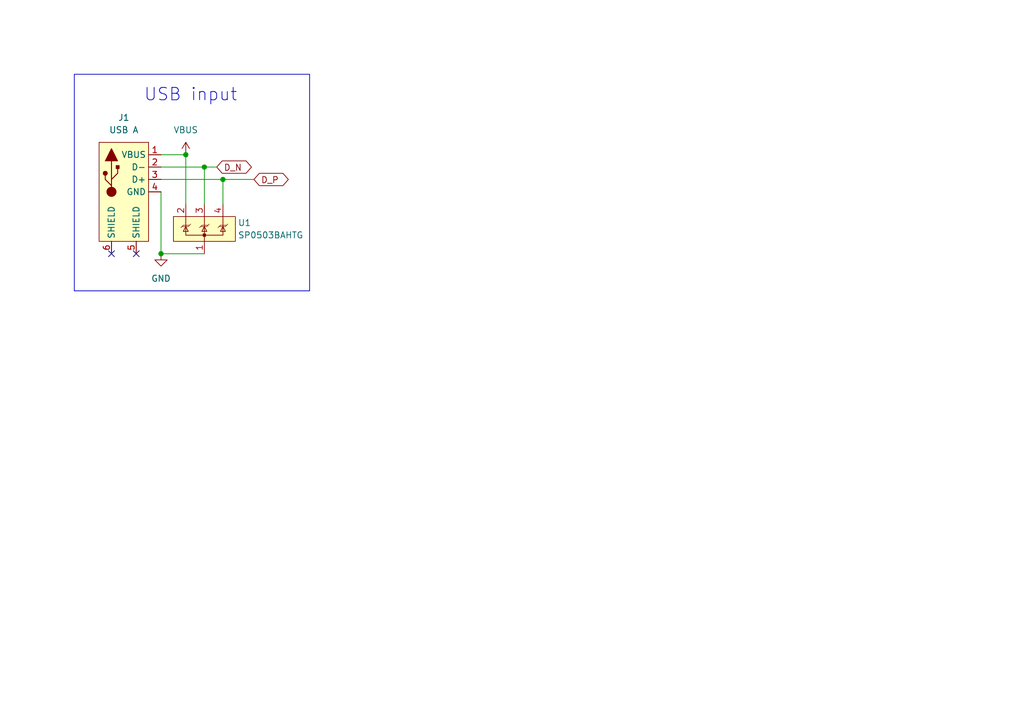
<source format=kicad_sch>
(kicad_sch (version 20250114) (generator "eeschema") (generator_version "9.0")
  (paper "A5")
  (title_block (title "USB-HW") (rev "0.1") (company "Jorge Emilio Reynaga Sánchez"))
  (lib_symbols
    (symbol "USB-HW:TVS_ARR" (pin_names (offset 0) (hide yes))
      (property "Reference" "U" (at 7.62 1.27 0))
      (symbol "TVS_ARR_0_1"
        (polyline (pts (xy -3.81 -1.27) (xy 0 -1.27)))
        (polyline (pts (xy 0 -1.27) (xy 0 -2.54)))
        (polyline (pts (xy 3.81 -1.27) (xy 0 -1.27)))
      )
      (symbol "TVS_ARR_1_1"
        (rectangle (start -6.35 2.54) (end 6.35 -2.54) (fill (type background)))
        (polyline (pts (xy -4.572 0.508) (xy -4.826 0.254)) (stroke (width 0.1)))
        (polyline (pts (xy -4.572 0.508) (xy -4.318 0.762)) (stroke (width 0.1)))
        (polyline (pts (xy -4.318 0.762) (xy -3.048 0.762)) (stroke (width 0.1)))
        (polyline (pts (xy -4.064 0.508) (xy -4.572 0.508)) (stroke (width 0.1)))
        (polyline (pts (xy -4.064 0.508) (xy -3.302 0.508)) (stroke (width 0.1)))
        (polyline (pts (xy -3.81 0.508) (xy -4.318 -0.508) (xy -3.302 -0.508) (xy -3.81 0.508)))
        (polyline (pts (xy -3.81 -1.27) (xy -3.81 2.54)))
        (polyline (pts (xy -3.302 0.508) (xy -2.794 1.016)) (stroke (width 0.1)))
        (polyline (pts (xy -0.762 0.508) (xy -1.016 0.254)) (stroke (width 0.1)))
        (polyline (pts (xy -0.762 0.508) (xy -0.508 0.762)) (stroke (width 0.1)))
        (polyline (pts (xy -0.508 0.762) (xy 0.762 0.762)) (stroke (width 0.1)))
        (polyline (pts (xy -0.254 0.508) (xy -0.762 0.508)) (stroke (width 0.1)))
        (polyline (pts (xy -0.254 0.508) (xy 0.508 0.508)) (stroke (width 0.1)))
        (rectangle (start -0.254 -1.016) (end 0.254 -1.524) (fill (type outline)))
        (polyline (pts (xy 0 0.508) (xy -0.508 -0.508) (xy 0.508 -0.508) (xy 0 0.508)))
        (polyline (pts (xy 0 -1.27) (xy 0 2.54)))
        (polyline (pts (xy 0.508 0.508) (xy 1.016 1.016)) (stroke (width 0.1)))
        (polyline (pts (xy 3.048 0.508) (xy 2.794 0.254)) (stroke (width 0.1)))
        (polyline (pts (xy 3.048 0.508) (xy 3.302 0.762)) (stroke (width 0.1)))
        (polyline (pts (xy 3.302 0.762) (xy 4.572 0.762)) (stroke (width 0.1)))
        (polyline (pts (xy 3.556 0.508) (xy 3.048 0.508)) (stroke (width 0.1)))
        (polyline (pts (xy 3.556 0.508) (xy 4.318 0.508)) (stroke (width 0.1)))
        (polyline (pts (xy 3.81 0.508) (xy 3.302 -0.508) (xy 4.318 -0.508) (xy 3.81 0.508)))
        (polyline (pts (xy 3.81 -1.27) (xy 3.81 2.54)))
        (polyline (pts (xy 4.318 0.508) (xy 4.826 1.016)) (stroke (width 0.1)))
        (pin passive line (at -3.81 5.08 270) (length 2.54) (name "I/O_1") (number "2"))
        (pin passive line (at 0 5.08 270) (length 2.54) (name "I/O_2") (number "3"))
        (pin passive line (at 0 -5.08 90) (length 2.54) (name "GND") (number "1"))
        (pin passive line (at 3.81 5.08 270) (length 2.54) (name "I/O_3") (number "4"))
      )
    )
    (symbol "USB-HW:USB_A-Connector"
      (property "Reference" "J" (at 0 13.208 0))
      (property "Value" "USB A" (at 0 11.176 0))
      (symbol "USB_A-Connector_1_1"
        (rectangle (start -5.08 10.16) (end 5.08 -10.16) (fill (type background)))
        (polyline (pts (xy -3.81 6.35) (xy -2.54 8.89) (xy -1.27 6.35) (xy -3.81 6.35)) (fill (type outline)))
        (circle (center -3.81 3.81) (radius 0.4233) (fill (type outline)))
        (polyline (pts (xy -2.54 2.54) (xy -1.27 3.81) (xy -1.27 5.08)) (stroke (width 0.2)))
        (polyline (pts (xy -2.54 1.27) (xy -3.81 2.54) (xy -3.81 3.81)) (stroke (width 0.2)))
        (circle (center -2.54 0) (radius 0.9525) (fill (type outline)))
        (polyline (pts (xy -2.54 0) (xy -2.54 6.35)) (stroke (width 0.2)))
        (rectangle (start -1.5875 5.3975) (end -0.9525 4.7625) (fill (type outline)))
        (pin power_in line (at -2.54 -12.7 90) (length 2.54) (name "SHIELD") (number "6"))
        (pin power_in line (at 2.54 -12.7 90) (length 2.54) (name "SHIELD") (number "5"))
        (pin power_out line (at 7.62 7.62 180) (length 2.54) (name "VBUS") (number "1"))
        (pin output line (at 7.62 5.08 180) (length 2.54) (name "D-") (number "2"))
        (pin output line (at 7.62 2.54 180) (length 2.54) (name "D+") (number "3"))
        (pin power_out line (at 7.62 0 180) (length 2.54) (name "GND") (number "4"))
      )
    )
    (symbol "power:GND" (power) (pin_numbers (hide yes)) (pin_names (offset 0) (hide yes))
      (property "Value" "GND" (at 0 -3.81 0))
      (symbol "GND_0_1"
        (polyline (pts (xy 0 0) (xy 0 -1.27) (xy 1.27 -1.27) (xy 0 -2.54) (xy -1.27 -1.27) (xy 0 -1.27)))
      )
      (symbol "GND_1_1"
        (pin power_in line (at 0 0 270) (length 0) (name "~") (number "1"))
      )
    )
    (symbol "power:VBUS" (power) (pin_numbers (hide yes)) (pin_names (offset 0) (hide yes))
      (property "Value" "VBUS" (at 0 3.556 0))
      (symbol "VBUS_0_1"
        (polyline (pts (xy -0.762 1.27) (xy 0 2.54)))
        (polyline (pts (xy 0 2.54) (xy 0.762 1.27)))
        (polyline (pts (xy 0 0) (xy 0 2.54)))
      )
      (symbol "VBUS_1_1"
        (pin power_in line (at 0 0 90) (length 0) (name "~") (number "1"))
      )
    )
  )
  (rectangle (start 15.24 15.24) (end 63.5 59.69))
  (text "USB input" (at 39.116 19.558 0) (effects (font (size 2.54 2.54))))
  (junction (at 41.91 34.29))
  (junction (at 33.02 52.07))
  (junction (at 38.1 31.75))
  (junction (at 45.72 36.83))
  (no_connect (at 27.94 52.07))
  (no_connect (at 22.86 52.07))
  (wire (pts (xy 33.02 39.37) (xy 33.02 52.07)))
  (wire (pts (xy 33.02 34.29) (xy 41.91 34.29)))
  (wire (pts (xy 33.02 36.83) (xy 45.72 36.83)))
  (wire (pts (xy 38.1 31.75) (xy 38.1 41.91)))
  (wire (pts (xy 33.02 31.75) (xy 38.1 31.75)))
  (wire (pts (xy 41.91 34.29) (xy 41.91 41.91)))
  (wire (pts (xy 45.72 36.83) (xy 45.72 41.91)))
  (wire (pts (xy 45.72 36.83) (xy 52.07 36.83)))
  (wire (pts (xy 33.02 52.07) (xy 41.91 52.07)))
  (wire (pts (xy 41.91 34.29) (xy 44.45 34.29)))
  (global_label "D_N" (shape bidirectional) (at 44.45 34.29 0) (property "Intersheetrefs" "${INTERSHEET_REFS}" (effects (hide yes))))
  (global_label "D_P" (shape bidirectional) (at 52.07 36.83 0) (property "Intersheetrefs" "${INTERSHEET_REFS}" (effects (hide yes))))
  (symbol (lib_id "USB-HW:TVS_ARR") (at 41.91 46.99 0) (unit 1)
    (property "Reference" "U1" (at 48.768 45.72 0) (effects (justify left)))
    (property "Value" "SP0503BAHTG" (at 48.768 48.26 0) (effects (justify left)))
  )
  (symbol (lib_id "power:GND") (at 33.02 52.07 0) (unit 1)
    (property "Reference" "#PWR02" (effects (hide yes)))
    (property "Value" "GND" (at 33.02 57.15 0))
    (property "Description" "Power symbol creates a global label with name \"GND\" , ground" (effects (hide yes)))
  )
  (symbol (lib_id "USB-HW:USB_A-Connector") (at 25.4 39.37 0) (unit 1)
    (property "Reference" "J1" (at 25.4 24.13 0))
    (property "Value" "USB A" (at 25.4 26.67 0))
  )
  (symbol (lib_id "power:VBUS") (at 38.1 31.75 0) (unit 1)
    (property "Reference" "#PWR01" (effects (hide yes)))
    (property "Value" "VBUS" (at 38.1 26.67 0))
    (property "Description" "Power symbol creates a global label with name \"VBUS\"" (effects (hide yes)))
  )
)
</source>
